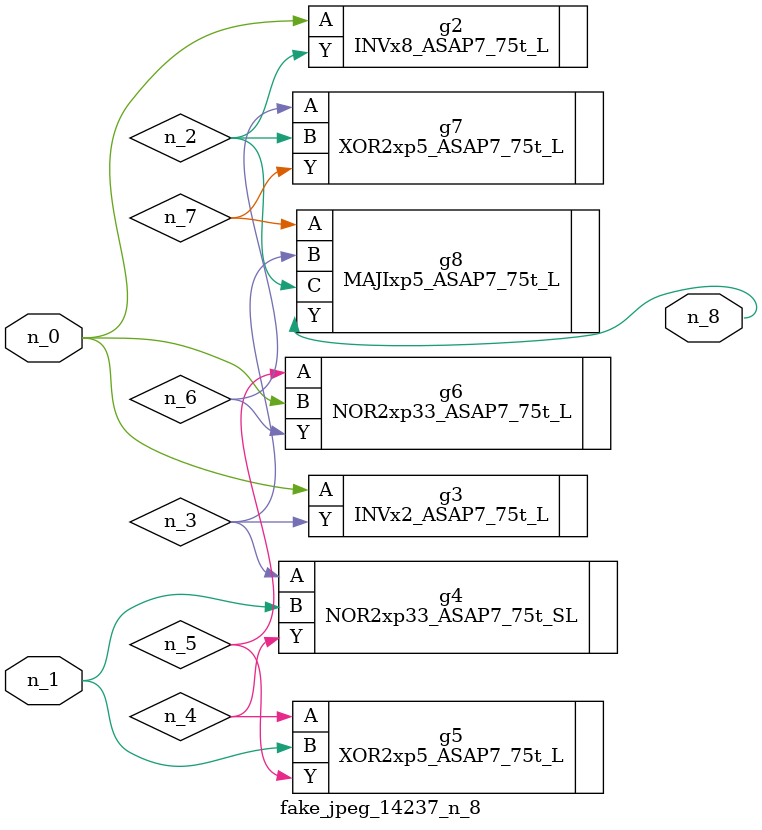
<source format=v>
module fake_jpeg_14237_n_8 (n_0, n_1, n_8);

input n_0;
input n_1;

output n_8;

wire n_3;
wire n_2;
wire n_4;
wire n_6;
wire n_5;
wire n_7;

INVx8_ASAP7_75t_L g2 ( 
.A(n_0),
.Y(n_2)
);

INVx2_ASAP7_75t_L g3 ( 
.A(n_0),
.Y(n_3)
);

NOR2xp33_ASAP7_75t_SL g4 ( 
.A(n_3),
.B(n_1),
.Y(n_4)
);

XOR2xp5_ASAP7_75t_L g5 ( 
.A(n_4),
.B(n_1),
.Y(n_5)
);

NOR2xp33_ASAP7_75t_L g6 ( 
.A(n_5),
.B(n_0),
.Y(n_6)
);

XOR2xp5_ASAP7_75t_L g7 ( 
.A(n_6),
.B(n_2),
.Y(n_7)
);

MAJIxp5_ASAP7_75t_L g8 ( 
.A(n_7),
.B(n_3),
.C(n_2),
.Y(n_8)
);


endmodule
</source>
